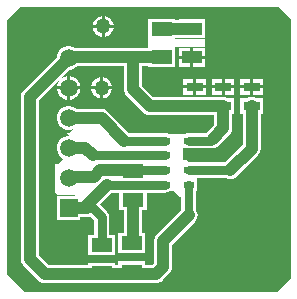
<source format=gtl>
G04*
G04 #@! TF.GenerationSoftware,Altium Limited,Altium Designer,22.9.1 (49)*
G04*
G04 Layer_Physical_Order=1*
G04 Layer_Color=255*
%FSLAX25Y25*%
%MOIN*%
G70*
G04*
G04 #@! TF.SameCoordinates,238DCCA7-EAB9-45AF-8392-884DA2B8F986*
G04*
G04*
G04 #@! TF.FilePolarity,Positive*
G04*
G01*
G75*
%ADD13R,0.03740X0.02362*%
%ADD14R,0.07087X0.04724*%
%ADD15R,0.05512X0.03150*%
%ADD16R,0.06693X0.04331*%
%ADD23C,0.03150*%
%ADD24C,0.03937*%
%ADD25C,0.02756*%
%ADD26C,0.02953*%
%ADD27C,0.01968*%
%ADD28R,0.05906X0.05906*%
%ADD29C,0.05906*%
%ADD30C,0.05000*%
G36*
X94500Y91000D02*
Y4500D01*
X90000Y0D01*
X6000D01*
X0Y6000D01*
Y90500D01*
X4500Y95000D01*
X90500D01*
X94500Y91000D01*
D02*
G37*
%LPC*%
G36*
X32500Y91989D02*
Y89000D01*
X35489D01*
X35261Y89851D01*
X34801Y90649D01*
X34149Y91301D01*
X33351Y91761D01*
X32500Y91989D01*
D02*
G37*
G36*
X31500D02*
X30649Y91761D01*
X29851Y91301D01*
X29199Y90649D01*
X28738Y89851D01*
X28510Y89000D01*
X31500D01*
Y91989D01*
D02*
G37*
G36*
X35489Y88000D02*
X32500D01*
Y85010D01*
X33351Y85238D01*
X34149Y85699D01*
X34801Y86351D01*
X35261Y87149D01*
X35489Y88000D01*
D02*
G37*
G36*
X31500D02*
X28510D01*
X28738Y87149D01*
X29199Y86351D01*
X29851Y85699D01*
X30649Y85238D01*
X31500Y85010D01*
Y88000D01*
D02*
G37*
G36*
X56043Y91087D02*
X46957D01*
Y84362D01*
Y81638D01*
Y81270D01*
X42000D01*
X42000D01*
X42000D01*
X32500D01*
X31725Y81168D01*
X31639Y81132D01*
X22958D01*
X22927Y81163D01*
X22026Y81683D01*
X21020Y81953D01*
X19980D01*
X18974Y81683D01*
X18073Y81163D01*
X17337Y80427D01*
X16817Y79526D01*
X16547Y78520D01*
Y78282D01*
X5383Y67117D01*
X4907Y66497D01*
X4696Y65986D01*
X4608Y65775D01*
X4506Y65000D01*
Y11000D01*
X4608Y10225D01*
X4696Y10014D01*
X4907Y9503D01*
X5383Y8883D01*
X10383Y3883D01*
X11003Y3407D01*
X11302Y3283D01*
X11725Y3108D01*
X12500Y3006D01*
X26957D01*
Y2913D01*
X36043D01*
Y3006D01*
X49694D01*
X50469Y3108D01*
X50680Y3196D01*
X51191Y3407D01*
X51811Y3883D01*
X54117Y6189D01*
X54593Y6809D01*
X54717Y7108D01*
X54892Y7531D01*
X54994Y8306D01*
Y15760D01*
X62617Y23383D01*
X63093Y24003D01*
X63392Y24725D01*
X63494Y25500D01*
X63392Y26275D01*
X63093Y26997D01*
X62924Y27217D01*
Y33476D01*
X63370D01*
Y37839D01*
Y37982D01*
X72934D01*
X73646Y37687D01*
X74421Y37585D01*
X75196Y37687D01*
X75918Y37986D01*
X76538Y38462D01*
X83617Y45540D01*
X84093Y46160D01*
X84217Y46459D01*
X84392Y46883D01*
X84494Y47657D01*
Y59425D01*
X85256D01*
Y64575D01*
X83021D01*
X82997Y64593D01*
X82275Y64892D01*
X81500Y64994D01*
X80725Y64892D01*
X80003Y64593D01*
X79979Y64575D01*
X77744D01*
Y59425D01*
X78506D01*
Y48898D01*
X72784Y43176D01*
X60500D01*
X59828Y43087D01*
X59916Y43176D01*
X60500D01*
X59708Y43968D01*
X58500D01*
Y45000D01*
Y48000D01*
X59617D01*
X59828Y47913D01*
X60500Y47824D01*
X67921D01*
X68593Y47913D01*
X68967Y48067D01*
X69275Y48108D01*
X69997Y48407D01*
X70617Y48883D01*
X74117Y52383D01*
X74593Y53003D01*
X74805Y53514D01*
X74892Y53725D01*
X74994Y54500D01*
Y59425D01*
X75756D01*
Y64575D01*
X73521D01*
X73497Y64593D01*
X72775Y64892D01*
X72000Y64994D01*
X48740D01*
X44994Y68740D01*
Y75282D01*
X46957D01*
Y74913D01*
X56043D01*
Y81638D01*
X65650D01*
X65847Y81835D01*
Y84559D01*
X65650Y84362D01*
X56043D01*
Y84730D01*
X57153D01*
Y84559D01*
X65847D01*
Y90890D01*
X57153D01*
Y90719D01*
X56043D01*
Y91087D01*
D02*
G37*
G36*
X65847Y81441D02*
X62000D01*
Y78776D01*
X65847D01*
Y81441D01*
D02*
G37*
G36*
X61000D02*
X57153D01*
Y78776D01*
X61000D01*
Y81441D01*
D02*
G37*
G36*
X65847Y77776D02*
X62000D01*
Y75110D01*
X65847D01*
Y77776D01*
D02*
G37*
G36*
X61000D02*
X57153D01*
Y75110D01*
X61000D01*
Y77776D01*
D02*
G37*
G36*
X85256Y70874D02*
X82000D01*
Y68799D01*
X85256D01*
Y70874D01*
D02*
G37*
G36*
X75756D02*
X72500D01*
Y68799D01*
X75756D01*
Y70874D01*
D02*
G37*
G36*
X66256D02*
X63000D01*
Y68799D01*
X66256D01*
Y70874D01*
D02*
G37*
G36*
X81000D02*
X77744D01*
Y68799D01*
X81000D01*
Y70874D01*
D02*
G37*
G36*
X71500D02*
X68244D01*
Y68799D01*
X71500D01*
Y70874D01*
D02*
G37*
G36*
X62000D02*
X58744D01*
Y68799D01*
X62000D01*
Y70874D01*
D02*
G37*
G36*
X85256Y67799D02*
X82000D01*
Y65724D01*
X85256D01*
Y67799D01*
D02*
G37*
G36*
X81000D02*
X77744D01*
Y65724D01*
X81000D01*
Y67799D01*
D02*
G37*
G36*
X75756D02*
X72500D01*
Y65724D01*
X75756D01*
Y67799D01*
D02*
G37*
G36*
X71500D02*
X68244D01*
Y65724D01*
X71500D01*
Y67799D01*
D02*
G37*
G36*
X66256D02*
X63000D01*
Y65724D01*
X66256D01*
Y67799D01*
D02*
G37*
G36*
X62000D02*
X58744D01*
Y65724D01*
X62000D01*
Y67799D01*
D02*
G37*
%LPD*%
G36*
X39006Y67500D02*
X39108Y66725D01*
X39195Y66514D01*
X39407Y66003D01*
X39883Y65383D01*
X45383Y59883D01*
X46003Y59407D01*
X46364Y59258D01*
X46725Y59108D01*
X47500Y59006D01*
X69006D01*
Y55740D01*
X66383Y53117D01*
X66307Y53018D01*
X60500D01*
X59828Y52930D01*
X59202Y52670D01*
X59113Y52602D01*
X54013D01*
X53925Y52670D01*
X53298Y52930D01*
X52626Y53018D01*
X40716D01*
X33617Y60117D01*
X32997Y60593D01*
X32486Y60804D01*
X32275Y60892D01*
X31500Y60994D01*
X23096D01*
X22927Y61163D01*
X22026Y61683D01*
X21020Y61953D01*
X19980D01*
X18974Y61683D01*
X18073Y61163D01*
X17337Y60427D01*
X16817Y59526D01*
X16547Y58520D01*
Y57480D01*
X16817Y56474D01*
X17337Y55573D01*
X18073Y54837D01*
X18974Y54317D01*
X19980Y54047D01*
X21020D01*
X22026Y54317D01*
X20639Y52930D01*
X19980D01*
X20957Y51953D01*
X19980D01*
X18974Y51683D01*
X18073Y51163D01*
X17337Y50427D01*
X16817Y49526D01*
X16547Y48520D01*
Y47480D01*
X16817Y46474D01*
X17337Y45573D01*
X18073Y44837D01*
X18781Y44428D01*
X16985Y42632D01*
X16000Y42545D01*
Y33041D01*
X16818Y32223D01*
X22462D01*
X22653Y32415D01*
X23115Y31953D01*
X16547D01*
Y24047D01*
X24453D01*
Y25006D01*
X26500D01*
X27275Y25108D01*
X27661Y25268D01*
X28975Y23954D01*
Y19087D01*
X26957D01*
Y12362D01*
X36043D01*
Y19087D01*
X34025D01*
Y25000D01*
X33833Y25966D01*
X33285Y26785D01*
X30902Y29168D01*
X34795Y33061D01*
X37457D01*
Y27413D01*
X39006D01*
Y19587D01*
X36957D01*
Y12862D01*
X46043D01*
Y19587D01*
X44994D01*
Y27413D01*
X46543D01*
Y33061D01*
X52626D01*
X53298Y33149D01*
X53925Y33408D01*
X54013Y33476D01*
X55496D01*
X57977Y30996D01*
Y33476D01*
X58075D01*
Y27310D01*
X49883Y19117D01*
X49407Y18497D01*
X49196Y17986D01*
X49108Y17775D01*
X49006Y17000D01*
Y9546D01*
X48454Y8994D01*
X46043D01*
Y10138D01*
X36957D01*
Y8994D01*
X36043D01*
Y9638D01*
X26957D01*
Y8994D01*
X13740D01*
X10494Y12240D01*
Y63760D01*
X20782Y74047D01*
X21020D01*
X22026Y74317D01*
X22927Y74837D01*
X23234Y75144D01*
X32362D01*
X33137Y75246D01*
X33224Y75282D01*
X39006D01*
Y67500D01*
D02*
G37*
%LPC*%
G36*
X21020Y71953D02*
X21000D01*
Y68500D01*
X24453D01*
Y68520D01*
X24183Y69526D01*
X23663Y70427D01*
X22927Y71163D01*
X22026Y71683D01*
X21020Y71953D01*
D02*
G37*
G36*
X32000Y71490D02*
Y68500D01*
X34990D01*
X34762Y69351D01*
X34301Y70149D01*
X33649Y70801D01*
X32851Y71262D01*
X32000Y71490D01*
D02*
G37*
G36*
X31000D02*
X30149Y71262D01*
X29351Y70801D01*
X28699Y70149D01*
X28238Y69351D01*
X28010Y68500D01*
X31000D01*
Y71490D01*
D02*
G37*
G36*
X20000Y71953D02*
X19980D01*
X18974Y71683D01*
X18073Y71163D01*
X17337Y70427D01*
X16817Y69526D01*
X16547Y68520D01*
Y68500D01*
X20000D01*
Y71953D01*
D02*
G37*
G36*
X34990Y67500D02*
X32000D01*
Y64511D01*
X32851Y64739D01*
X33649Y65199D01*
X34301Y65851D01*
X34762Y66649D01*
X34990Y67500D01*
D02*
G37*
G36*
X31000D02*
X28010D01*
X28238Y66649D01*
X28699Y65851D01*
X29351Y65199D01*
X30149Y64739D01*
X31000Y64511D01*
Y67500D01*
D02*
G37*
G36*
X24453D02*
X21000D01*
Y64047D01*
X21020D01*
X22026Y64317D01*
X22927Y64837D01*
X23663Y65573D01*
X24183Y66474D01*
X24453Y67480D01*
Y67500D01*
D02*
G37*
G36*
X20000D02*
X16547D01*
Y67480D01*
X16817Y66474D01*
X17337Y65573D01*
X18073Y64837D01*
X18974Y64317D01*
X19980Y64047D01*
X20000D01*
Y67500D01*
D02*
G37*
%LPD*%
D13*
X60500Y45500D02*
D03*
X52626Y35658D02*
D03*
Y40579D02*
D03*
Y45500D02*
D03*
Y50421D02*
D03*
X60500D02*
D03*
Y40579D02*
D03*
Y35658D02*
D03*
D14*
X42000Y30776D02*
D03*
Y40224D02*
D03*
X41500Y6776D02*
D03*
Y16224D02*
D03*
X31500Y6276D02*
D03*
Y15724D02*
D03*
X51500Y87724D02*
D03*
Y78276D02*
D03*
D15*
X72000Y62000D02*
D03*
Y68299D02*
D03*
X62500Y62000D02*
D03*
Y68299D02*
D03*
X81500Y62000D02*
D03*
Y68299D02*
D03*
D16*
X61500Y78276D02*
D03*
Y87724D02*
D03*
D23*
X42000Y40224D02*
X42354Y40579D01*
X33158Y35658D02*
X52626D01*
X42354Y40579D02*
X52626D01*
X28500Y45500D02*
X52626D01*
X39079Y50421D02*
X52626D01*
X60500D02*
X67921D01*
X60500Y40579D02*
X74421D01*
D24*
X28895Y38377D02*
X31113Y40595D01*
X21409Y38000D02*
Y38377D01*
X41630Y40595D02*
X42000Y40224D01*
X25500Y28000D02*
X33158Y35658D01*
X21409Y38377D02*
X28895D01*
X31113Y40595D02*
X41630D01*
X52000Y17000D02*
X60500Y25500D01*
X20500Y28000D02*
X26500D01*
X42000Y67500D02*
X47500Y62000D01*
X62500D01*
X51500Y87724D02*
X61500D01*
X20500Y48000D02*
X26000D01*
X28500Y45500D01*
X20500Y58000D02*
X31500D01*
X39079Y50421D01*
X42000Y16724D02*
Y30776D01*
X25000Y6000D02*
X30000D01*
X7500Y11000D02*
Y65000D01*
Y11000D02*
X12500Y6000D01*
X7500Y65000D02*
X20500Y78000D01*
X41500Y6000D02*
X49694D01*
X30000D02*
X41500D01*
X12500D02*
X25000D01*
X74421Y40579D02*
X81500Y47657D01*
Y62000D01*
X52000Y8306D02*
Y17000D01*
X49694Y6000D02*
X52000Y8306D01*
X72000Y54500D02*
Y62000D01*
X68500Y51000D02*
X72000Y54500D01*
X62500Y62000D02*
X72000D01*
X42000Y67500D02*
Y78276D01*
X42000Y78276D02*
X51500D01*
X42000Y78276D02*
X42000Y78276D01*
X42000D02*
X42000Y78276D01*
X32500Y78276D02*
X42000D01*
X20500Y78000D02*
X20638Y78138D01*
X32362D01*
X32500Y78276D01*
D25*
X60500Y25500D02*
Y35658D01*
D26*
X26500Y28000D02*
X28500D01*
X31500Y15724D02*
Y25000D01*
X28500Y28000D02*
X31500Y25000D01*
D27*
X20500Y38000D02*
X21565D01*
X41500Y16224D02*
X42000Y16724D01*
X67921Y50421D02*
X68500Y51000D01*
D28*
X20500Y28000D02*
D03*
D29*
Y38000D02*
D03*
Y48000D02*
D03*
Y58000D02*
D03*
Y68000D02*
D03*
Y78000D02*
D03*
D30*
X32000Y88500D02*
D03*
X31500Y68000D02*
D03*
M02*

</source>
